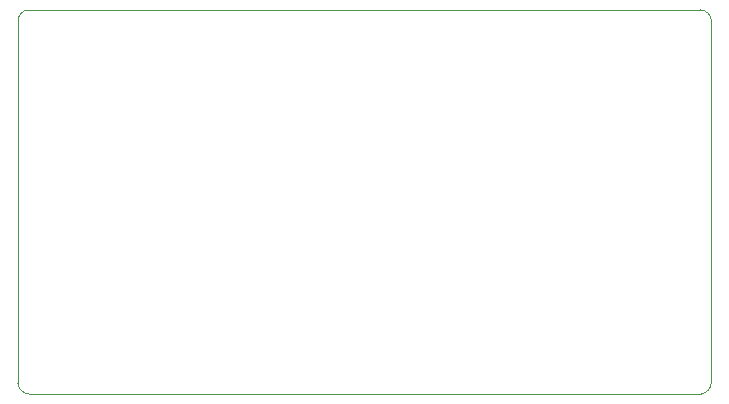
<source format=gm1>
G04 #@! TF.GenerationSoftware,KiCad,Pcbnew,7.0.0-da2b9df05c~163~ubuntu22.04.1*
G04 #@! TF.CreationDate,2023-02-25T14:43:30+01:00*
G04 #@! TF.ProjectId,metering_board,6d657465-7269-46e6-975f-626f6172642e,rev?*
G04 #@! TF.SameCoordinates,Original*
G04 #@! TF.FileFunction,Profile,NP*
%FSLAX46Y46*%
G04 Gerber Fmt 4.6, Leading zero omitted, Abs format (unit mm)*
G04 Created by KiCad (PCBNEW 7.0.0-da2b9df05c~163~ubuntu22.04.1) date 2023-02-25 14:43:30*
%MOMM*%
%LPD*%
G01*
G04 APERTURE LIST*
G04 #@! TA.AperFunction,Profile*
%ADD10C,0.100000*%
G04 #@! TD*
G04 APERTURE END LIST*
D10*
X121529414Y-83752052D02*
X121578251Y-83750016D01*
X179347947Y-84629414D02*
X179349983Y-84678251D01*
X121578251Y-83750016D02*
X178407018Y-83750000D01*
X120652052Y-115370585D02*
X120650016Y-115321748D01*
X178421748Y-116249983D02*
X121592982Y-116249999D01*
X120650016Y-115321748D02*
X120650000Y-84692982D01*
X179349983Y-84678251D02*
X179350000Y-115307018D01*
X179347947Y-84629414D02*
G75*
G03*
X178407018Y-83750000I-940947J-63686D01*
G01*
X178470585Y-116247947D02*
X178421748Y-116249983D01*
X121592982Y-116249999D02*
X121592982Y-116249999D01*
X120652054Y-115370585D02*
G75*
G03*
X121592982Y-116249999I940946J63685D01*
G01*
X121529414Y-83752053D02*
G75*
G03*
X120650000Y-84692982I63686J-940947D01*
G01*
X178470585Y-116247947D02*
G75*
G03*
X179350000Y-115307018I-63685J940947D01*
G01*
M02*

</source>
